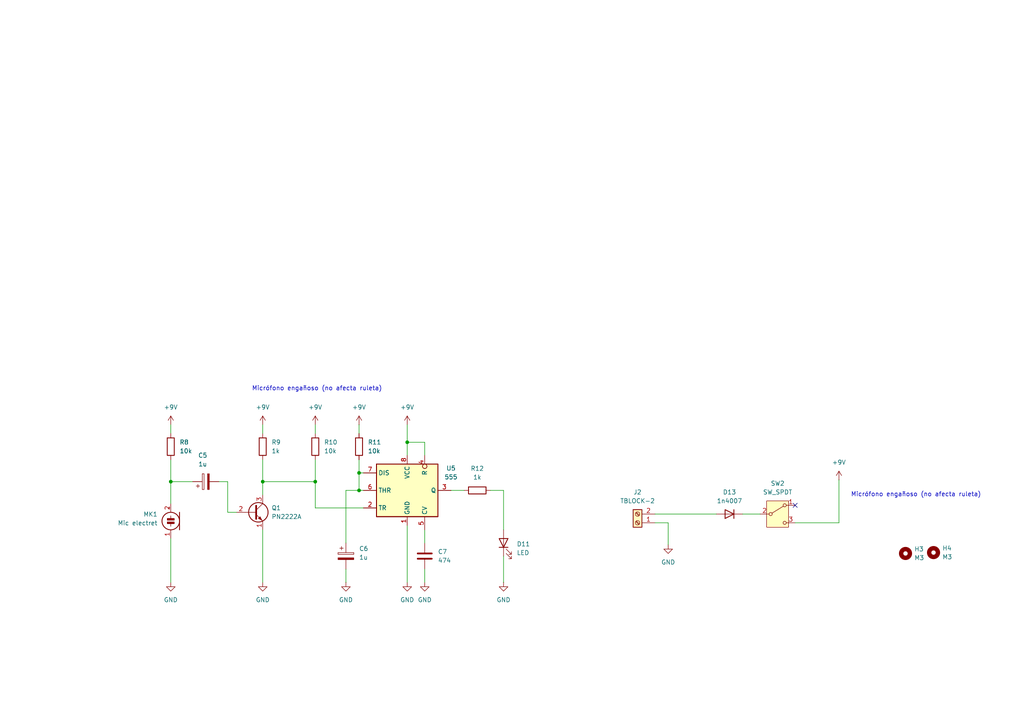
<source format=kicad_sch>
(kicad_sch (version 20250114) (generator "eeschema") (generator_version "9.0")
  (paper "A4")
  (title_block (title "Proyecto-02 - Grupo 05"))
  (lib_symbols
    (symbol "555_ordenado:555_wellOriented"
      (property "Reference" "U" (at 0 1.27 0))
      (property "Value" "555" (at 0 -0.762 0))
      (symbol "555_wellOriented_0_0"
        (pin power_in line (at 0 10.16 270) (length 2.54) (name "VCC") (number "8"))
        (pin power_in line (at 0 -10.16 90) (length 2.54) (name "GND") (number "1"))
      )
      (symbol "555_wellOriented_0_1"
        (rectangle (start -8.89 -7.62) (end 8.89 7.62) (stroke (width 0.254)) (fill (type background)))
        (rectangle (start -8.89 -7.62) (end 8.89 7.62) (stroke (width 0.254)) (fill (type background)))
      )
      (symbol "555_wellOriented_1_1"
        (pin input line (at -12.7 5.08 0) (length 3.81) (name "DIS") (number "7"))
        (pin input line (at -12.7 0 0) (length 3.81) (name "THR") (number "6"))
        (pin input line (at -12.7 -5.08 0) (length 3.81) (name "TR") (number "2"))
        (pin input inverted (at 5.08 10.16 270) (length 3.81) (name "R") (number "4"))
        (pin input line (at 5.08 -11.43 90) (length 3.81) (name "CV") (number "5"))
        (pin output line (at 12.7 0 180) (length 3.81) (name "Q") (number "3"))
      )
    )
    (symbol "Connector:Screw_Terminal_01x02" (pin_names (offset 1.016) (hide yes))
      (property "Reference" "J" (at 0 2.54 0))
      (property "Value" "Screw_Terminal_01x02" (at 0 -5.08 0))
      (symbol "Screw_Terminal_01x02_1_1"
        (rectangle (start -1.27 1.27) (end 1.27 -3.81) (stroke (width 0.254)) (fill (type background)))
        (polyline (pts (xy -0.5334 0.3302) (xy 0.3302 -0.508)) (stroke (width 0.1524)))
        (polyline (pts (xy -0.5334 -2.2098) (xy 0.3302 -3.048)) (stroke (width 0.1524)))
        (polyline (pts (xy -0.3556 0.508) (xy 0.508 -0.3302)) (stroke (width 0.1524)))
        (polyline (pts (xy -0.3556 -2.032) (xy 0.508 -2.8702)) (stroke (width 0.1524)))
        (circle (center 0 0) (radius 0.635) (stroke (width 0.1524)))
        (circle (center 0 -2.54) (radius 0.635) (stroke (width 0.1524)))
        (pin passive line (at -5.08 0 0) (length 3.81) (name "Pin_1") (number "1"))
        (pin passive line (at -5.08 -2.54 0) (length 3.81) (name "Pin_2") (number "2"))
      )
    )
    (symbol "Device:C" (pin_numbers (hide yes)) (pin_names (offset 0.254))
      (property "Reference" "C" (at 0.635 2.54 0))
      (property "Value" "C" (at 0.635 -2.54 0))
      (symbol "C_0_1"
        (polyline (pts (xy -2.032 0.762) (xy 2.032 0.762)) (stroke (width 0.508)))
        (polyline (pts (xy -2.032 -0.762) (xy 2.032 -0.762)) (stroke (width 0.508)))
      )
      (symbol "C_1_1"
        (pin passive line (at 0 3.81 270) (length 2.794) (name "~") (number "1"))
        (pin passive line (at 0 -3.81 90) (length 2.794) (name "~") (number "2"))
      )
    )
    (symbol "Device:C_Polarized" (pin_numbers (hide yes)) (pin_names (offset 0.254))
      (property "Reference" "C" (at 0.635 2.54 0))
      (property "Value" "C_Polarized" (at 0.635 -2.54 0))
      (symbol "C_Polarized_0_1"
        (rectangle (start -2.286 0.508) (end 2.286 1.016))
        (polyline (pts (xy -1.778 2.286) (xy -0.762 2.286)))
        (polyline (pts (xy -1.27 2.794) (xy -1.27 1.778)))
        (rectangle (start 2.286 -0.508) (end -2.286 -1.016) (fill (type outline)))
      )
      (symbol "C_Polarized_1_1"
        (pin passive line (at 0 3.81 270) (length 2.794) (name "~") (number "1"))
        (pin passive line (at 0 -3.81 90) (length 2.794) (name "~") (number "2"))
      )
    )
    (symbol "Device:D" (pin_numbers (hide yes)) (pin_names (offset 1.016) (hide yes))
      (property "Reference" "D" (at 0 2.54 0))
      (property "Value" "D" (at 0 -2.54 0))
      (symbol "D_0_1"
        (polyline (pts (xy -1.27 1.27) (xy -1.27 -1.27)) (stroke (width 0.254)))
        (polyline (pts (xy 1.27 1.27) (xy 1.27 -1.27) (xy -1.27 0) (xy 1.27 1.27)) (stroke (width 0.254)))
        (polyline (pts (xy 1.27 0) (xy -1.27 0)))
      )
      (symbol "D_1_1"
        (pin passive line (at -3.81 0 0) (length 2.54) (name "K") (number "1"))
        (pin passive line (at 3.81 0 180) (length 2.54) (name "A") (number "2"))
      )
    )
    (symbol "Device:LED" (pin_numbers (hide yes)) (pin_names (offset 1.016) (hide yes))
      (property "Reference" "D" (at 0 2.54 0))
      (property "Value" "LED" (at 0 -2.54 0))
      (symbol "LED_0_1"
        (polyline (pts (xy -3.048 -0.762) (xy -4.572 -2.286) (xy -3.81 -2.286) (xy -4.572 -2.286) (xy -4.572 -1.524)))
        (polyline (pts (xy -1.778 -0.762) (xy -3.302 -2.286) (xy -2.54 -2.286) (xy -3.302 -2.286) (xy -3.302 -1.524)))
        (polyline (pts (xy -1.27 0) (xy 1.27 0)))
        (polyline (pts (xy -1.27 -1.27) (xy -1.27 1.27)) (stroke (width 0.254)))
        (polyline (pts (xy 1.27 -1.27) (xy 1.27 1.27) (xy -1.27 0) (xy 1.27 -1.27)) (stroke (width 0.254)))
      )
      (symbol "LED_1_1"
        (pin passive line (at -3.81 0 0) (length 2.54) (name "K") (number "1"))
        (pin passive line (at 3.81 0 180) (length 2.54) (name "A") (number "2"))
      )
    )
    (symbol "Device:Microphone_Condenser" (pin_names (offset 0.0254) (hide yes))
      (property "Reference" "MK" (at -3.302 1.27 0))
      (property "Value" "Microphone_Condenser" (at -3.302 -0.635 0))
      (symbol "Microphone_Condenser_0_1"
        (polyline (pts (xy -2.54 2.54) (xy -2.54 -2.54)) (stroke (width 0.254)))
        (polyline (pts (xy 0 0.762) (xy 0 1.524)))
        (circle (center 0 0) (radius 2.54) (stroke (width 0.254)))
        (polyline (pts (xy 0 -0.762) (xy 0 -1.524)))
        (polyline (pts (xy 0.254 3.81) (xy 0.762 3.81)))
        (polyline (pts (xy 0.508 4.064) (xy 0.508 3.556)))
        (rectangle (start 1.016 0.762) (end -1.016 0.254) (fill (type outline)))
        (rectangle (start 1.016 -0.254) (end -1.016 -0.762) (fill (type outline)))
      )
      (symbol "Microphone_Condenser_1_1"
        (pin passive line (at 0 5.08 270) (length 2.54) (name "+") (number "2"))
        (pin passive line (at 0 -5.08 90) (length 2.54) (name "-") (number "1"))
      )
    )
    (symbol "Device:R" (pin_numbers (hide yes)) (pin_names (offset 0))
      (property "Reference" "R" (at 2.032 0 90))
      (property "Value" "R" (at 0 0 90))
      (symbol "R_0_1"
        (rectangle (start -1.016 -2.54) (end 1.016 2.54) (stroke (width 0.254)))
      )
      (symbol "R_1_1"
        (pin passive line (at 0 3.81 270) (length 1.27) (name "~") (number "1"))
        (pin passive line (at 0 -3.81 90) (length 1.27) (name "~") (number "2"))
      )
    )
    (symbol "Mechanical:MountingHole" (pin_names (offset 1.016)) (in_bom no)
      (property "Reference" "H" (at 0 5.08 0))
      (property "Value" "MountingHole" (at 0 3.175 0))
      (symbol "MountingHole_0_1"
        (circle (center 0 0) (radius 1.27) (stroke (width 1.27)))
      )
    )
    (symbol "Switch:SW_SPDT" (pin_names (offset 0) (hide yes))
      (property "Reference" "SW" (at 0 5.08 0))
      (property "Value" "SW_SPDT" (at 0 -5.08 0))
      (symbol "SW_SPDT_0_1"
        (circle (center -2.032 0) (radius 0.4572))
        (polyline (pts (xy -1.651 0.254) (xy 1.651 2.286)))
        (circle (center 2.032 2.54) (radius 0.4572))
        (circle (center 2.032 -2.54) (radius 0.4572))
      )
      (symbol "SW_SPDT_1_1"
        (rectangle (start -3.175 3.81) (end 3.175 -3.81) (fill (type background)))
        (pin passive line (at -5.08 0 0) (length 2.54) (name "B") (number "2"))
        (pin passive line (at 5.08 2.54 180) (length 2.54) (name "A") (number "1"))
        (pin passive line (at 5.08 -2.54 180) (length 2.54) (name "C") (number "3"))
      )
    )
    (symbol "Transistor_BJT:Q_NPN_EBC" (pin_names (offset 0) (hide yes))
      (property "Reference" "Q" (at 5.08 1.27 0))
      (property "Value" "Q_NPN_EBC" (at 5.08 -1.27 0))
      (symbol "Q_NPN_EBC_0_1"
        (polyline (pts (xy -2.54 0) (xy 0.635 0)))
        (polyline (pts (xy 0.635 1.905) (xy 0.635 -1.905)) (stroke (width 0.508)))
        (circle (center 1.27 0) (radius 2.8194) (stroke (width 0.254)))
      )
      (symbol "Q_NPN_EBC_1_1"
        (polyline (pts (xy 0.635 0.635) (xy 2.54 2.54)))
        (polyline (pts (xy 0.635 -0.635) (xy 2.54 -2.54)))
        (polyline (pts (xy 1.27 -1.778) (xy 1.778 -1.27) (xy 2.286 -2.286) (xy 1.27 -1.778)) (fill (type outline)))
        (pin input line (at -5.08 0 0) (length 2.54) (name "B") (number "2"))
        (pin passive line (at 2.54 5.08 270) (length 2.54) (name "C") (number "3"))
        (pin passive line (at 2.54 -5.08 90) (length 2.54) (name "E") (number "1"))
      )
    )
    (symbol "power:+9V" (power) (pin_numbers (hide yes)) (pin_names (offset 0) (hide yes))
      (property "Value" "+9V" (at 0 3.556 0))
      (symbol "+9V_0_1"
        (polyline (pts (xy -0.762 1.27) (xy 0 2.54)))
        (polyline (pts (xy 0 2.54) (xy 0.762 1.27)))
        (polyline (pts (xy 0 0) (xy 0 2.54)))
      )
      (symbol "+9V_1_1"
        (pin power_in line (at 0 0 90) (length 0) (name "~") (number "1"))
      )
    )
    (symbol "power:GND" (power) (pin_numbers (hide yes)) (pin_names (offset 0) (hide yes))
      (property "Value" "GND" (at 0 -3.81 0))
      (symbol "GND_0_1"
        (polyline (pts (xy 0 0) (xy 0 -1.27) (xy 1.27 -1.27) (xy 0 -2.54) (xy -1.27 -1.27) (xy 0 -1.27)))
      )
      (symbol "GND_1_1"
        (pin power_in line (at 0 0 270) (length 0) (name "~") (number "1"))
      )
    )
  )
  (text "Micrófono engañoso (no afecta ruleta)" (at 265.684 143.51 0) (effects (font (size 1.27 1.27))))
  (text "Micrófono engañoso (no afecta ruleta)" (at 91.948 112.776 0) (effects (font (size 1.27 1.27))))
  (junction (at 104.14 142.24))
  (junction (at 104.14 137.16))
  (junction (at 76.2 139.7))
  (junction (at 118.11 128.27))
  (junction (at 91.44 139.7))
  (junction (at 49.53 139.7))
  (no_connect (at 230.632 146.558))
  (wire (pts (xy 66.04 139.7) (xy 66.04 148.59)))
  (wire (pts (xy 193.802 151.638) (xy 193.802 157.988)))
  (wire (pts (xy 230.632 151.638) (xy 243.332 151.638)))
  (wire (pts (xy 123.19 153.67) (xy 123.19 157.48)))
  (wire (pts (xy 243.332 139.192) (xy 243.332 151.638)))
  (wire (pts (xy 104.14 133.35) (xy 104.14 137.16)))
  (wire (pts (xy 91.44 125.73) (xy 91.44 123.19)))
  (wire (pts (xy 49.53 156.21) (xy 49.53 168.91)))
  (wire (pts (xy 49.53 133.35) (xy 49.53 139.7)))
  (wire (pts (xy 215.392 149.098) (xy 220.472 149.098)))
  (wire (pts (xy 146.05 153.67) (xy 146.05 142.24)))
  (wire (pts (xy 104.14 123.19) (xy 104.14 125.73)))
  (wire (pts (xy 118.11 128.27) (xy 118.11 132.08)))
  (wire (pts (xy 104.14 137.16) (xy 105.41 137.16)))
  (wire (pts (xy 76.2 133.35) (xy 76.2 139.7)))
  (wire (pts (xy 189.992 151.638) (xy 193.802 151.638)))
  (wire (pts (xy 189.992 149.098) (xy 207.772 149.098)))
  (wire (pts (xy 118.11 123.19) (xy 118.11 128.27)))
  (wire (pts (xy 123.19 132.08) (xy 123.19 128.27)))
  (wire (pts (xy 91.44 133.35) (xy 91.44 139.7)))
  (wire (pts (xy 76.2 139.7) (xy 76.2 143.51)))
  (wire (pts (xy 105.41 142.24) (xy 104.14 142.24)))
  (wire (pts (xy 100.33 157.48) (xy 100.33 142.24)))
  (wire (pts (xy 123.19 165.1) (xy 123.19 168.91)))
  (wire (pts (xy 91.44 147.32) (xy 91.44 139.7)))
  (wire (pts (xy 100.33 142.24) (xy 104.14 142.24)))
  (wire (pts (xy 49.53 123.19) (xy 49.53 125.73)))
  (wire (pts (xy 118.11 152.4) (xy 118.11 168.91)))
  (wire (pts (xy 76.2 123.19) (xy 76.2 125.73)))
  (wire (pts (xy 146.05 142.24) (xy 142.24 142.24)))
  (wire (pts (xy 55.88 139.7) (xy 49.53 139.7)))
  (wire (pts (xy 76.2 153.67) (xy 76.2 168.91)))
  (wire (pts (xy 123.19 128.27) (xy 118.11 128.27)))
  (wire (pts (xy 49.53 139.7) (xy 49.53 146.05)))
  (wire (pts (xy 130.81 142.24) (xy 134.62 142.24)))
  (wire (pts (xy 104.14 142.24) (xy 104.14 137.16)))
  (wire (pts (xy 66.04 148.59) (xy 68.58 148.59)))
  (wire (pts (xy 91.44 139.7) (xy 76.2 139.7)))
  (wire (pts (xy 100.33 165.1) (xy 100.33 168.91)))
  (wire (pts (xy 63.5 139.7) (xy 66.04 139.7)))
  (wire (pts (xy 146.05 161.29) (xy 146.05 168.91)))
  (wire (pts (xy 105.41 147.32) (xy 91.44 147.32)))
  (symbol (lib_id "power:GND") (at 100.33 168.91 0) (unit 1)
    (property "Reference" "#PWR028" (effects (hide yes)))
    (property "Value" "GND" (at 100.33 173.99 0))
    (property "Description" "Power symbol creates a global label with name \"GND\" , ground" (effects (hide yes)))
  )
  (symbol (lib_id "power:+9V") (at 91.44 123.19 0) (unit 1)
    (property "Reference" "#PWR023" (effects (hide yes)))
    (property "Value" "+9V" (at 91.44 118.11 0))
    (property "Description" "Power symbol creates a global label with name \"+9V\"" (effects (hide yes)))
  )
  (symbol (lib_id "power:GND") (at 193.802 157.988 0) (unit 1)
    (property "Reference" "#PWR034" (effects (hide yes)))
    (property "Value" "GND" (at 193.802 163.068 0))
    (property "Description" "Power symbol creates a global label with name \"GND\" , ground" (effects (hide yes)))
  )
  (symbol (lib_id "power:GND") (at 123.19 168.91 0) (unit 1)
    (property "Reference" "#PWR026" (effects (hide yes)))
    (property "Value" "GND" (at 123.19 173.99 0))
    (property "Description" "Power symbol creates a global label with name \"GND\" , ground" (effects (hide yes)))
  )
  (symbol (lib_id "Device:C") (at 123.19 161.29 0) (unit 1)
    (property "Reference" "C7" (at 127 160.0199 0) (effects (justify left)))
    (property "Value" "474" (at 127 162.5599 0) (effects (justify left)))
    (property "Footprint" "Capacitor_THT:C_Disc_D5.0mm_W2.5mm_P5.00mm" (effects (hide yes)))
    (property "Description" "Unpolarized capacitor" (effects (hide yes)))
  )
  (symbol (lib_id "Device:LED") (at 146.05 157.48 90) (unit 1)
    (property "Reference" "D11" (at 149.86 157.7974 90) (effects (justify right)))
    (property "Value" "LED" (at 149.86 160.3374 90) (effects (justify right)))
    (property "Footprint" "LED_THT:LED_D5.0mm" (effects (hide yes)))
    (property "Description" "Light emitting diode" (effects (hide yes)))
    (property "Sim.Pins" "1=K 2=A" (effects (hide yes)))
  )
  (symbol (lib_id "power:+9V") (at 76.2 123.19 0) (unit 1)
    (property "Reference" "#PWR022" (effects (hide yes)))
    (property "Value" "+9V" (at 76.2 118.11 0))
    (property "Description" "Power symbol creates a global label with name \"+9V\"" (effects (hide yes)))
  )
  (symbol (lib_id "Transistor_BJT:Q_NPN_EBC") (at 73.66 148.59 0) (unit 1)
    (property "Reference" "Q1" (at 78.74 147.3199 0) (effects (justify left)))
    (property "Value" "PN2222A" (at 78.74 149.8599 0) (effects (justify left)))
    (property "Footprint" "Package_TO_SOT_THT:TO-92_Inline_Wide" (effects (hide yes)))
    (property "Description" "NPN transistor, emitter/base/collector" (effects (hide yes)))
  )
  (symbol (lib_id "Switch:SW_SPDT") (at 225.552 149.098 0) (unit 1)
    (property "Reference" "SW2" (at 225.552 140.208 0))
    (property "Value" "SW_SPDT" (at 225.552 142.748 0))
    (property "Footprint" "modules_teee2025:SPDT_PCB_small_P2.5mm" (effects (hide yes)))
    (property "Description" "Switch, single pole double throw" (effects (hide yes)))
  )
  (symbol (lib_id "Connector:Screw_Terminal_01x02") (at 184.912 151.638 180) (unit 1)
    (property "Reference" "J2" (at 184.912 142.748 0))
    (property "Value" "TBLOCK-2" (at 184.912 145.288 0))
    (property "Footprint" "TerminalBlock:TerminalBlock_MaiXu_MX126-5.0-02P_1x02_P5.00mm" (effects (hide yes)))
    (property "Description" "Generic screw terminal, single row, 01x02, script generated (kicad-library-utils/schlib/autogen/connector/)" (effects (hide yes)))
  )
  (symbol (lib_id "Mechanical:MountingHole") (at 262.636 160.528 0) (unit 1) (in_bom no)
    (property "Reference" "H3" (at 265.176 159.2579 0) (effects (justify left)))
    (property "Value" "M3" (at 265.176 161.7979 0) (effects (justify left)))
    (property "Footprint" "MountingHole:MountingHole_3.2mm_M3" (effects (hide yes)))
    (property "Description" "Mounting Hole without connection" (effects (hide yes)))
  )
  (symbol (lib_id "Device:R") (at 91.44 129.54 0) (unit 1)
    (property "Reference" "R10" (at 93.98 128.2699 0) (effects (justify left)))
    (property "Value" "10k" (at 93.98 130.8099 0) (effects (justify left)))
    (property "Footprint" "Resistor_THT:R_Axial_DIN0207_L6.3mm_D2.5mm_P10.16mm_Horizontal" (effects (hide yes)))
    (property "Description" "Resistor" (effects (hide yes)))
  )
  (symbol (lib_id "Device:R") (at 76.2 129.54 0) (unit 1)
    (property "Reference" "R9" (at 78.74 128.2699 0) (effects (justify left)))
    (property "Value" "1k" (at 78.74 130.8099 0) (effects (justify left)))
    (property "Footprint" "Resistor_THT:R_Axial_DIN0207_L6.3mm_D2.5mm_P10.16mm_Horizontal" (effects (hide yes)))
    (property "Description" "Resistor" (effects (hide yes)))
  )
  (symbol (lib_id "power:GND") (at 146.05 168.91 0) (unit 1)
    (property "Reference" "#PWR029" (effects (hide yes)))
    (property "Value" "GND" (at 146.05 173.99 0))
    (property "Description" "Power symbol creates a global label with name \"GND\" , ground" (effects (hide yes)))
  )
  (symbol (lib_id "Device:Microphone_Condenser") (at 49.53 151.13 0) (mirror y) (unit 1)
    (property "Reference" "MK1" (at 45.72 149.1614 0) (effects (justify left)))
    (property "Value" "Mic electret" (at 45.72 151.7014 0) (effects (justify left)))
    (property "Footprint" "Sensor_Audio:POM-2244P-C3310-2-R" (effects (hide yes)))
    (property "Description" "Condenser microphone" (effects (hide yes)))
  )
  (symbol (lib_id "Device:C_Polarized") (at 59.69 139.7 90) (unit 1)
    (property "Reference" "C5" (at 58.801 132.08 90))
    (property "Value" "1u" (at 58.801 134.62 90))
    (property "Footprint" "Capacitor_THT:CP_Radial_D6.3mm_P2.50mm" (effects (hide yes)))
    (property "Description" "Polarized capacitor" (effects (hide yes)))
  )
  (symbol (lib_id "power:+9V") (at 118.11 123.19 0) (unit 1)
    (property "Reference" "#PWR024" (effects (hide yes)))
    (property "Value" "+9V" (at 118.11 118.11 0))
    (property "Description" "Power symbol creates a global label with name \"+9V\"" (effects (hide yes)))
  )
  (symbol (lib_id "Device:D") (at 211.582 149.098 180) (unit 1)
    (property "Reference" "D13" (at 211.582 142.748 0))
    (property "Value" "1n4007" (at 211.582 145.288 0))
    (property "Footprint" "Diode_THT:D_DO-41_SOD81_P10.16mm_Horizontal" (effects (hide yes)))
    (property "Description" "Diode" (effects (hide yes)))
    (property "Sim.Device" "D" (effects (hide yes)))
    (property "Sim.Pins" "1=K 2=A" (effects (hide yes)))
  )
  (symbol (lib_id "555_ordenado:555_wellOriented") (at 118.11 142.24 0) (unit 1)
    (property "Reference" "U5" (at 130.81 135.8198 0))
    (property "Value" "555" (at 130.81 138.3598 0))
    (property "Footprint" "Package_DIP:DIP-8_W7.62mm_Socket_LongPads" (effects (hide yes)))
  )
  (symbol (lib_id "power:GND") (at 49.53 168.91 0) (unit 1)
    (property "Reference" "#PWR015" (effects (hide yes)))
    (property "Value" "GND" (at 49.53 173.99 0))
    (property "Description" "Power symbol creates a global label with name \"GND\" , ground" (effects (hide yes)))
  )
  (symbol (lib_id "power:GND") (at 76.2 168.91 0) (unit 1)
    (property "Reference" "#PWR021" (effects (hide yes)))
    (property "Value" "GND" (at 76.2 173.99 0))
    (property "Description" "Power symbol creates a global label with name \"GND\" , ground" (effects (hide yes)))
  )
  (symbol (lib_id "Device:R") (at 104.14 129.54 0) (unit 1)
    (property "Reference" "R11" (at 106.68 128.2699 0) (effects (justify left)))
    (property "Value" "10k" (at 106.68 130.8099 0) (effects (justify left)))
    (property "Footprint" "Resistor_THT:R_Axial_DIN0207_L6.3mm_D2.5mm_P10.16mm_Horizontal" (effects (hide yes)))
    (property "Description" "Resistor" (effects (hide yes)))
  )
  (symbol (lib_id "power:+9V") (at 243.332 139.192 0) (unit 1)
    (property "Reference" "#PWR033" (effects (hide yes)))
    (property "Value" "+9V" (at 243.332 134.112 0))
    (property "Description" "Power symbol creates a global label with name \"+9V\"" (effects (hide yes)))
  )
  (symbol (lib_id "Mechanical:MountingHole") (at 270.764 160.274 0) (unit 1) (in_bom no)
    (property "Reference" "H4" (at 273.304 159.0039 0) (effects (justify left)))
    (property "Value" "M3" (at 273.304 161.5439 0) (effects (justify left)))
    (property "Footprint" "MountingHole:MountingHole_3.2mm_M3" (effects (hide yes)))
    (property "Description" "Mounting Hole without connection" (effects (hide yes)))
  )
  (symbol (lib_id "Device:R") (at 49.53 129.54 0) (unit 1)
    (property "Reference" "R8" (at 52.07 128.2699 0) (effects (justify left)))
    (property "Value" "10k" (at 52.07 130.8099 0) (effects (justify left)))
    (property "Footprint" "Resistor_THT:R_Axial_DIN0207_L6.3mm_D2.5mm_P10.16mm_Horizontal" (effects (hide yes)))
    (property "Description" "Resistor" (effects (hide yes)))
  )
  (symbol (lib_id "power:+9V") (at 49.53 123.19 0) (unit 1)
    (property "Reference" "#PWR020" (effects (hide yes)))
    (property "Value" "+9V" (at 49.53 118.11 0))
    (property "Description" "Power symbol creates a global label with name \"+9V\"" (effects (hide yes)))
  )
  (symbol (lib_id "Device:C_Polarized") (at 100.33 161.29 0) (unit 1)
    (property "Reference" "C6" (at 104.14 159.1309 0) (effects (justify left)))
    (property "Value" "1u" (at 104.14 161.6709 0) (effects (justify left)))
    (property "Footprint" "Capacitor_THT:CP_Radial_D6.3mm_P2.50mm" (effects (hide yes)))
    (property "Description" "Polarized capacitor" (effects (hide yes)))
  )
  (symbol (lib_id "power:+9V") (at 104.14 123.19 0) (unit 1)
    (property "Reference" "#PWR027" (effects (hide yes)))
    (property "Value" "+9V" (at 104.14 118.11 0))
    (property "Description" "Power symbol creates a global label with name \"+9V\"" (effects (hide yes)))
  )
  (symbol (lib_id "power:GND") (at 118.11 168.91 0) (unit 1)
    (property "Reference" "#PWR025" (effects (hide yes)))
    (property "Value" "GND" (at 118.11 173.99 0))
    (property "Description" "Power symbol creates a global label with name \"GND\" , ground" (effects (hide yes)))
  )
  (symbol (lib_id "Device:R") (at 138.43 142.24 90) (unit 1)
    (property "Reference" "R12" (at 138.43 135.89 90))
    (property "Value" "1k" (at 138.43 138.43 90))
    (property "Footprint" "Resistor_THT:R_Axial_DIN0207_L6.3mm_D2.5mm_P10.16mm_Horizontal" (effects (hide yes)))
    (property "Description" "Resistor" (effects (hide yes)))
  )
)
</source>
